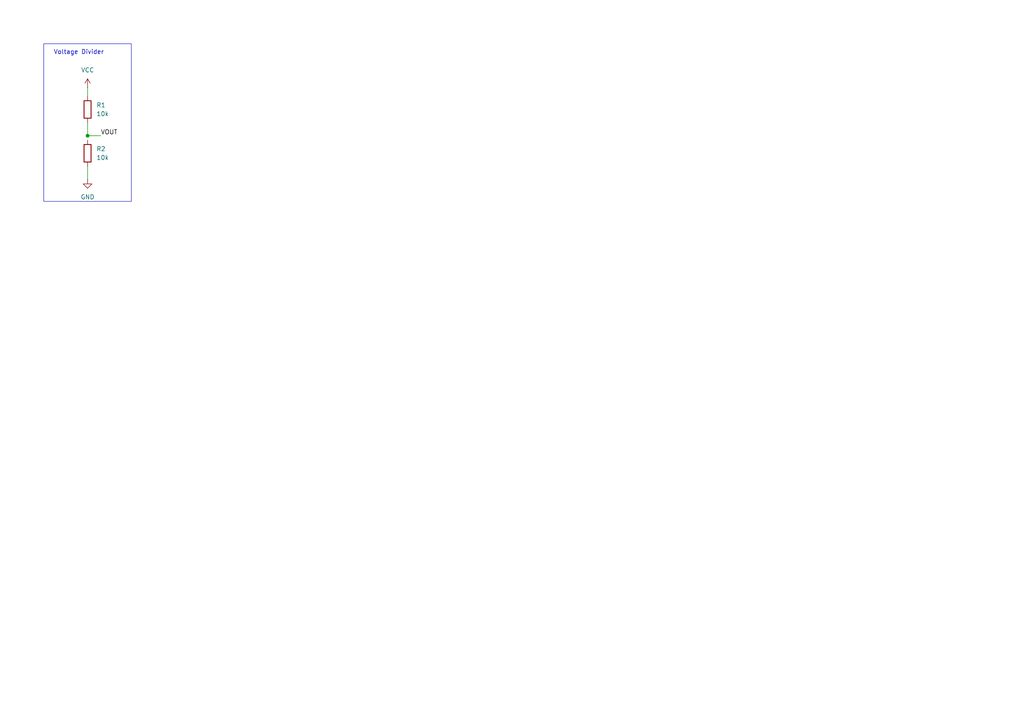
<source format=kicad_sch>
(kicad_sch (version 20250114) (generator "eeschema") (generator_version "9.0")
  (paper "A4")
  (title_block (title "Example_VoltageDiv"))
  (lib_symbols
    (symbol "power:VCC" (power) (pin_numbers (hide yes)) (pin_names (offset 0) (hide yes))
      (property "Value" "VCC" (at 0 3.556 0))
      (symbol "VCC_0_1"
        (polyline (pts (xy -0.762 1.27) (xy 0 2.54)))
        (polyline (pts (xy 0 2.54) (xy 0.762 1.27)))
        (polyline (pts (xy 0 0) (xy 0 2.54)))
      )
      (symbol "VCC_1_1"
        (pin power_in line (at 0 0 90) (length 0) (name "~") (number "1"))
      )
    )
    (symbol "power:GND" (power) (pin_numbers (hide yes)) (pin_names (offset 0) (hide yes))
      (property "Value" "GND" (at 0 -3.81 0))
      (symbol "GND_0_1"
        (polyline (pts (xy 0 0) (xy 0 -1.27) (xy 1.27 -1.27) (xy 0 -2.54) (xy -1.27 -1.27) (xy 0 -1.27)))
      )
      (symbol "GND_1_1"
        (pin power_in line (at 0 0 270) (length 0) (name "~") (number "1"))
      )
    )
    (symbol "Device:R" (pin_numbers (hide yes)) (pin_names (offset 0))
      (property "Reference" "R" (at 2.032 0 90))
      (property "Value" "R" (at 0 0 90))
      (symbol "R_0_1"
        (rectangle (start -1.016 -2.54) (end 1.016 2.54) (stroke (width 0.254)))
      )
      (symbol "R_1_1"
        (pin passive line (at 0 3.81 270) (length 1.27) (name "~") (number "1"))
        (pin passive line (at 0 -3.81 90) (length 1.27) (name "~") (number "2"))
      )
    )
  )
  (symbol (lib_id "power:VCC") (at 25.4 25.4 0) (unit 1)
    (property "Reference" "#PWR01" (effects (hide yes)))
    (property "Value" "VCC" (at 25.4 20.32 0))
  )
  (symbol (lib_id "power:GND") (at 25.4 52.07 0) (unit 1)
    (property "Reference" "#PWR02" (effects (hide yes)))
    (property "Value" "GND" (at 25.4 57.15 0))
  )
  (symbol (lib_id "Device:R") (at 25.4 31.75 0) (unit 1)
    (property "Reference" "R1" (at 27.94 30.4799 0) (effects (justify left)))
    (property "Value" "10k" (at 27.94 33.0199 0) (effects (justify left)))
  )
  (symbol (lib_id "Device:R") (at 25.4 44.45 0) (unit 1)
    (property "Reference" "R2" (at 27.94 43.1799 0) (effects (justify left)))
    (property "Value" "10k" (at 27.94 45.7199 0) (effects (justify left)))
  )
  (wire (pts (xy 25.4 25.4) (xy 25.4 27.94)))
  (wire (pts (xy 25.4 48.26) (xy 25.4 52.07)))
  (wire (pts (xy 25.4 35.56) (xy 25.4 40.64)))
  (wire (pts (xy 25.4 39.37) (xy 29.21 39.37)))
  (junction (at 25.4 39.37))
  (label "VOUT" (at 29.21 39.37 0))
  (rectangle (start 12.7 12.7) (end 38.1 58.42) (stroke (width 0.127)))
  (text "Voltage Divider" (at 22.86 15.24 0.0000) (effects (font (size 1.27 1.27))))
)
</source>
